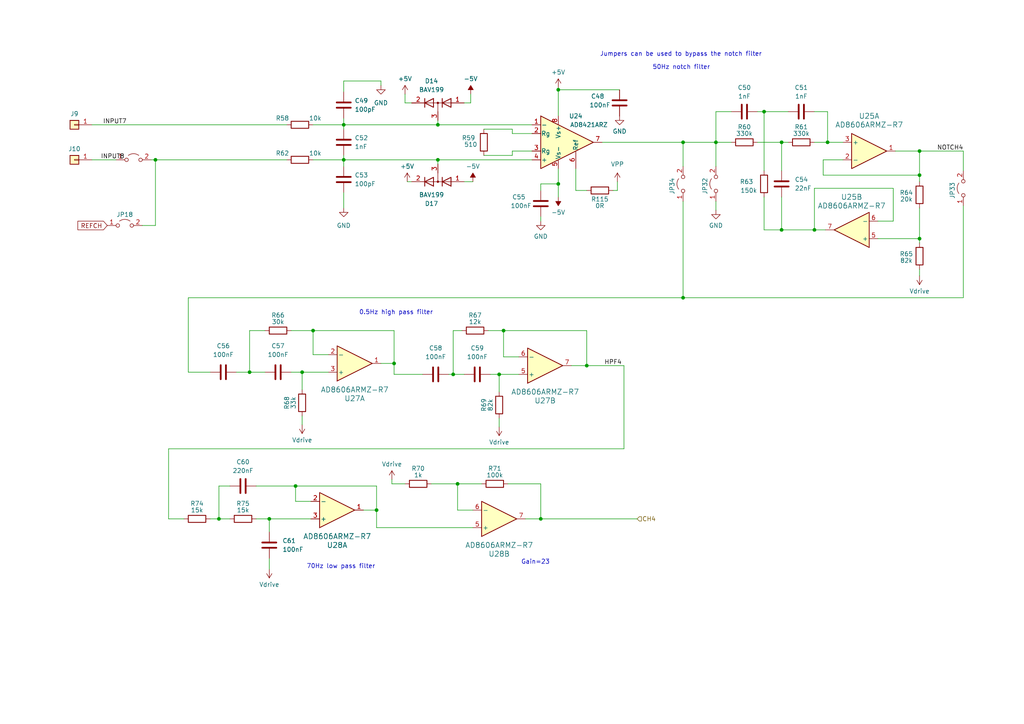
<source format=kicad_sch>
(kicad_sch (version 20231120) (generator "eeschema") (generator_version "8.0")
  (paper "A4")
  (lib_symbols
    (symbol "Amplifier_Instrumentation:AD8421ARZ" (pin_names (offset 0.127))
      (property "Reference" "U" (at 3.556 7.366 0))
      (property "Value" "AD8421ARZ" (at 7.366 5.334 0))
      (symbol "AD8421ARZ_0_1"
        (polyline (pts (xy -5.08 7.62) (xy -5.08 -7.62) (xy 10.16 0) (xy -5.08 7.62)) (stroke (width 0.254)) (fill (type background)))
      )
      (symbol "AD8421ARZ_1_1"
        (pin input line (at -7.62 5.08 0) (length 2.54) (name "-") (number "1"))
        (pin passive line (at -7.62 2.54 0) (length 2.54) (name "Rg") (number "2"))
        (pin passive line (at -7.62 -2.54 0) (length 2.54) (name "Rg") (number "3"))
        (pin input line (at -7.62 -5.08 0) (length 2.54) (name "+") (number "4"))
        (pin power_in line (at 0 -7.62 90) (length 2.54) (name "Vs-") (number "5"))
        (pin passive line (at 5.08 -7.62 90) (length 5.08) (name "Ref") (number "6"))
        (pin output line (at 12.7 0 180) (length 2.54) (name "~") (number "7"))
        (pin power_in line (at 0 7.62 270) (length 2.54) (name "Vs+") (number "8"))
      )
    )
    (symbol "Amplifier_Operational:AD8606ARMZ-R7" (pin_names (offset 0.254))
      (property "Reference" "U" (at 3.81 -5.08 0))
      (property "Value" "AD8606ARMZ-R7" (at 12.7 -7.62 0))
      (symbol "AD8606ARMZ-R7_0_1"
        (polyline (pts (xy -2.54 5.08) (xy 7.62 0) (xy -2.54 -5.08) (xy -2.54 5.08)) (stroke (width 0.254)) (fill (type background)))
      )
      (symbol "AD8606ARMZ-R7_0_2"
        (pin unspecified line (at 0 0 0) (length 7.62) (name "OUTA") (number "1"))
        (pin unspecified line (at 0 -2.54 0) (length 7.62) (name "-INA") (number "2"))
        (pin unspecified line (at 0 -5.08 0) (length 7.62) (name "+INA") (number "3"))
        (pin power_in line (at 0 -7.62 0) (length 7.62) (name "V-") (number "4"))
        (pin unspecified line (at 40.64 -7.62 180) (length 7.62) (name "+INB") (number "5"))
        (pin unspecified line (at 40.64 -5.08 180) (length 7.62) (name "-INB") (number "6"))
        (pin unspecified line (at 40.64 -2.54 180) (length 7.62) (name "OUTB") (number "7"))
        (pin power_in line (at 40.64 0 180) (length 7.62) (name "V+") (number "8"))
      )
      (symbol "AD8606ARMZ-R7_1_1"
        (pin output line (at 10.16 0 180) (length 2.54) (name "~") (number "1"))
        (pin input line (at -5.08 -2.54 0) (length 2.54) (name "-") (number "2"))
        (pin input line (at -5.08 2.54 0) (length 2.54) (name "+") (number "3"))
      )
      (symbol "AD8606ARMZ-R7_1_2"
        (pin output line (at 33.02 26.67 180) (length 2.54) (name "~") (number "1"))
        (pin input line (at 17.78 24.13 0) (length 2.54) (name "-") (number "2"))
        (pin input line (at 17.78 29.21 0) (length 2.54) (name "+") (number "3"))
        (pin power_in line (at 22.86 19.05 90) (length 3.81) (name "V-") (number "4"))
        (pin power_in line (at 22.86 34.29 270) (length 3.81) (name "V+") (number "8"))
      )
      (symbol "AD8606ARMZ-R7_2_1"
        (pin input line (at -5.08 2.54 0) (length 2.54) (name "+") (number "5"))
        (pin input line (at -5.08 -2.54 0) (length 2.54) (name "-") (number "6"))
        (pin output line (at 10.16 0 180) (length 2.54) (name "~") (number "7"))
      )
      (symbol "AD8606ARMZ-R7_2_2"
        (pin output line (at 33.02 26.67 180) (length 2.54) (name "~") (number "1"))
        (pin input line (at 17.78 24.13 0) (length 2.54) (name "-") (number "2"))
        (pin input line (at 17.78 29.21 0) (length 2.54) (name "+") (number "3"))
        (pin power_in line (at 22.86 19.05 90) (length 3.81) (name "V-") (number "4"))
        (pin power_in line (at 22.86 34.29 270) (length 3.81) (name "V+") (number "8"))
      )
      (symbol "AD8606ARMZ-R7_3_1"
        (pin power_in line (at 0 -7.62 90) (length 3.81) (name "V-") (number "4"))
        (pin power_in line (at 0 7.62 270) (length 3.81) (name "V+") (number "8"))
      )
      (symbol "AD8606ARMZ-R7_3_2"
        (pin output line (at 33.02 26.67 180) (length 2.54) (name "~") (number "1"))
        (pin input line (at 17.78 24.13 0) (length 2.54) (name "-") (number "2"))
        (pin input line (at 17.78 29.21 0) (length 2.54) (name "+") (number "3"))
        (pin power_in line (at 22.86 19.05 90) (length 3.81) (name "V-") (number "4"))
        (pin power_in line (at 22.86 34.29 270) (length 3.81) (name "V+") (number "8"))
      )
    )
    (symbol "Connector_Generic:Conn_01x01" (pin_names (offset 1.016) hide)
      (property "Reference" "J" (at 0 2.54 0))
      (property "Value" "Conn_01x01" (at 0 -2.54 0))
      (symbol "Conn_01x01_1_1"
        (rectangle (start -1.27 0.127) (end 0 -0.127) (stroke (width 0.1524)))
        (rectangle (start -1.27 1.27) (end 1.27 -1.27) (stroke (width 0.254)) (fill (type background)))
        (pin passive line (at -5.08 0 0) (length 3.81) (name "Pin_1") (number "1"))
      )
    )
    (symbol "Device:C" (pin_numbers hide) (pin_names (offset 0.254))
      (property "Reference" "C" (at 0.635 2.54 0))
      (property "Value" "C" (at 0.635 -2.54 0))
      (symbol "C_0_1"
        (polyline (pts (xy -2.032 -0.762) (xy 2.032 -0.762)) (stroke (width 0.508)))
        (polyline (pts (xy -2.032 0.762) (xy 2.032 0.762)) (stroke (width 0.508)))
      )
      (symbol "C_1_1"
        (pin passive line (at 0 3.81 270) (length 2.794) (name "~") (number "1"))
        (pin passive line (at 0 -3.81 90) (length 2.794) (name "~") (number "2"))
      )
    )
    (symbol "Device:D_Dual_Series_AKC" (pin_names (offset 0.762) hide)
      (property "Reference" "D" (at 1.27 -2.54 0))
      (property "Value" "D_Dual_Series_AKC" (at 0 2.54 0))
      (symbol "D_Dual_Series_AKC_0_1"
        (polyline (pts (xy -3.81 0) (xy 3.81 0)))
        (polyline (pts (xy 0 0) (xy 0 -2.54)))
        (polyline (pts (xy 6.35 0) (xy 7.62 0)))
        (polyline (pts (xy -1.27 -1.27) (xy -1.27 1.27) (xy -1.27 1.27)) (stroke (width 0.254)))
        (polyline (pts (xy 3.81 1.27) (xy 3.81 -1.27) (xy 3.81 -1.27)) (stroke (width 0.254)))
        (polyline (pts (xy -3.81 1.27) (xy -1.27 0) (xy -3.81 -1.27) (xy -3.81 1.27) (xy -3.81 1.27) (xy -3.81 1.27)) (stroke (width 0.254)))
        (polyline (pts (xy 1.27 1.27) (xy 3.81 0) (xy 1.27 -1.27) (xy 1.27 1.27) (xy 1.27 1.27) (xy 1.27 1.27)) (stroke (width 0.254)))
        (circle (center 0 0) (radius 0.254) (fill (type outline)))
        (pin passive line (at -7.62 0 0) (length 3.81) (name "A") (number "1"))
        (pin passive line (at 7.62 0 180) (length 3.81) (name "K") (number "2"))
        (pin passive line (at 0 -5.08 90) (length 2.54) (name "common") (number "3"))
      )
    )
    (symbol "Device:R" (pin_numbers hide) (pin_names (offset 0))
      (property "Reference" "R" (at 2.032 0 90))
      (property "Value" "R" (at 0 0 90))
      (symbol "R_0_1"
        (rectangle (start -1.016 -2.54) (end 1.016 2.54) (stroke (width 0.254)))
      )
      (symbol "R_1_1"
        (pin passive line (at 0 3.81 270) (length 1.27) (name "~") (number "1"))
        (pin passive line (at 0 -3.81 90) (length 1.27) (name "~") (number "2"))
      )
    )
    (symbol "Jumper:Jumper_2_Open" (pin_names (offset 0) hide)
      (property "Reference" "JP" (at 0 2.794 0))
      (property "Value" "Jumper_2_Open" (at 0 -2.286 0))
      (symbol "Jumper_2_Open_0_0"
        (circle (center -2.032 0) (radius 0.508))
        (circle (center 2.032 0) (radius 0.508))
      )
      (symbol "Jumper_2_Open_0_1"
        (arc (start 1.524 1.27) (mid 0 1.778) (end -1.524 1.27))
      )
      (symbol "Jumper_2_Open_1_1"
        (pin passive line (at -5.08 0 0) (length 2.54) (name "A") (number "1"))
        (pin passive line (at 5.08 0 180) (length 2.54) (name "B") (number "2"))
      )
    )
    (symbol "power:+5V" (power) (pin_names (offset 0))
      (property "Value" "+5V" (at 0 3.556 0))
      (symbol "+5V_0_1"
        (polyline (pts (xy -0.762 1.27) (xy 0 2.54)))
        (polyline (pts (xy 0 0) (xy 0 2.54)))
        (polyline (pts (xy 0 2.54) (xy 0.762 1.27)))
      )
      (symbol "+5V_1_1"
        (pin power_in line (at 0 0 90) (length 0) hide (name "+5V") (number "1"))
      )
    )
    (symbol "power:-5V" (power) (pin_names (offset 0))
      (property "Value" "-5V" (at 0 3.81 0))
      (symbol "-5V_0_0"
        (pin power_in line (at 0 0 90) (length 0) hide (name "-5V") (number "1"))
      )
      (symbol "-5V_0_1"
        (polyline (pts (xy 0 0) (xy 0 1.27) (xy 0.762 1.27) (xy 0 2.54) (xy -0.762 1.27) (xy 0 1.27)) (fill (type outline)))
      )
    )
    (symbol "power:GND" (power) (pin_names (offset 0))
      (property "Value" "GND" (at 0 -3.81 0))
      (symbol "GND_0_1"
        (polyline (pts (xy 0 0) (xy 0 -1.27) (xy 1.27 -1.27) (xy 0 -2.54) (xy -1.27 -1.27) (xy 0 -1.27)))
      )
      (symbol "GND_1_1"
        (pin power_in line (at 0 0 270) (length 0) hide (name "GND") (number "1"))
      )
    )
    (symbol "power:VPP" (power) (pin_names (offset 0))
      (property "Value" "VPP" (at 0 3.81 0))
      (symbol "VPP_0_1"
        (polyline (pts (xy -0.762 1.27) (xy 0 2.54)))
        (polyline (pts (xy 0 0) (xy 0 2.54)))
        (polyline (pts (xy 0 2.54) (xy 0.762 1.27)))
      )
      (symbol "VPP_1_1"
        (pin power_in line (at 0 0 90) (length 0) hide (name "VPP") (number "1"))
      )
    )
    (symbol "power:Vdrive" (power) (pin_names (offset 0))
      (property "Value" "Vdrive" (at 0 3.81 0))
      (symbol "Vdrive_0_1"
        (polyline (pts (xy -0.762 1.27) (xy 0 2.54)))
        (polyline (pts (xy 0 0) (xy 0 2.54)))
        (polyline (pts (xy 0 2.54) (xy 0.762 1.27)))
      )
      (symbol "Vdrive_1_1"
        (pin power_in line (at 0 0 90) (length 0) hide (name "Vdrive") (number "1"))
      )
    )
  )
  (junction (at 99.695 46.355))
  (junction (at 266.7 50.8))
  (junction (at 161.925 53.34))
  (junction (at 109.22 147.955))
  (junction (at 78.105 150.495))
  (junction (at 198.12 41.275))
  (junction (at 131.445 108.585))
  (junction (at 170.18 106.045))
  (junction (at 132.715 140.335))
  (junction (at 226.695 41.275))
  (junction (at 144.78 108.585))
  (junction (at 266.7 69.215))
  (junction (at 72.39 107.95))
  (junction (at 198.12 86.36))
  (junction (at 266.7 43.815))
  (junction (at 90.805 95.885))
  (junction (at 114.3 105.41))
  (junction (at 87.63 107.95))
  (junction (at 226.695 66.675))
  (junction (at 207.645 41.275))
  (junction (at 99.695 36.195))
  (junction (at 127 46.355))
  (junction (at 85.725 140.97))
  (junction (at 156.845 150.495))
  (junction (at 221.615 32.385))
  (junction (at 236.22 66.675))
  (junction (at 161.925 26.035))
  (junction (at 63.5 150.495))
  (junction (at 45.085 46.355))
  (junction (at 146.05 95.885))
  (junction (at 240.03 41.275))
  (junction (at 127 36.195))
  (wire (pts (xy 148.59 38.735) (xy 154.305 38.735)))
  (wire (pts (xy 109.22 153.035) (xy 109.22 147.955)))
  (wire (pts (xy 244.475 46.355) (xy 238.76 46.355)))
  (wire (pts (xy 174.625 41.275) (xy 198.12 41.275)))
  (wire (pts (xy 259.08 54.61) (xy 236.22 54.61)))
  (wire (pts (xy 137.16 52.705) (xy 134.62 52.705)))
  (wire (pts (xy 254.635 69.215) (xy 266.7 69.215)))
  (wire (pts (xy 74.295 140.97) (xy 85.725 140.97)))
  (wire (pts (xy 226.695 41.275) (xy 226.695 49.53)))
  (wire (pts (xy 207.645 41.275) (xy 212.09 41.275)))
  (wire (pts (xy 99.695 26.67) (xy 99.695 23.495)))
  (wire (pts (xy 114.3 108.585) (xy 114.3 105.41)))
  (wire (pts (xy 90.805 95.885) (xy 114.3 95.885)))
  (wire (pts (xy 117.475 140.335) (xy 113.665 140.335)))
  (wire (pts (xy 90.805 95.885) (xy 90.805 102.87)))
  (wire (pts (xy 125.095 140.335) (xy 132.715 140.335)))
  (wire (pts (xy 85.725 145.415) (xy 85.725 140.97)))
  (wire (pts (xy 90.805 46.355) (xy 99.695 46.355)))
  (wire (pts (xy 221.615 32.385) (xy 221.615 49.53)))
  (wire (pts (xy 48.895 150.495) (xy 53.34 150.495)))
  (wire (pts (xy 99.695 34.29) (xy 99.695 36.195)))
  (wire (pts (xy 132.715 147.955) (xy 137.16 147.955)))
  (wire (pts (xy 179.07 52.705) (xy 179.07 55.245)))
  (wire (pts (xy 114.3 105.41) (xy 110.49 105.41)))
  (wire (pts (xy 66.675 140.97) (xy 63.5 140.97)))
  (wire (pts (xy 54.61 86.36) (xy 54.61 107.95)))
  (wire (pts (xy 156.845 150.495) (xy 184.785 150.495)))
  (wire (pts (xy 180.975 130.175) (xy 48.895 130.175)))
  (wire (pts (xy 74.295 150.495) (xy 78.105 150.495)))
  (wire (pts (xy 219.71 32.385) (xy 221.615 32.385)))
  (wire (pts (xy 63.5 140.97) (xy 63.5 150.495)))
  (wire (pts (xy 109.22 153.035) (xy 137.16 153.035)))
  (wire (pts (xy 161.925 48.895) (xy 161.925 53.34)))
  (wire (pts (xy 266.7 52.705) (xy 266.7 50.8)))
  (wire (pts (xy 99.695 36.195) (xy 99.695 37.465)))
  (wire (pts (xy 221.615 66.675) (xy 226.695 66.675)))
  (wire (pts (xy 170.18 55.245) (xy 167.005 55.245)))
  (wire (pts (xy 90.805 36.195) (xy 99.695 36.195)))
  (wire (pts (xy 90.805 102.87) (xy 95.25 102.87)))
  (wire (pts (xy 240.03 41.275) (xy 244.475 41.275)))
  (wire (pts (xy 207.645 32.385) (xy 207.645 41.275)))
  (wire (pts (xy 226.695 66.675) (xy 236.22 66.675)))
  (wire (pts (xy 45.085 65.405) (xy 45.085 46.355)))
  (wire (pts (xy 48.895 130.175) (xy 48.895 150.495)))
  (wire (pts (xy 144.78 123.825) (xy 144.78 121.285)))
  (wire (pts (xy 87.63 123.19) (xy 87.63 120.65)))
  (wire (pts (xy 54.61 107.95) (xy 60.96 107.95)))
  (wire (pts (xy 226.695 57.15) (xy 226.695 66.675)))
  (wire (pts (xy 114.3 95.885) (xy 114.3 105.41)))
  (wire (pts (xy 43.815 46.355) (xy 45.085 46.355)))
  (wire (pts (xy 146.05 103.505) (xy 150.495 103.505)))
  (wire (pts (xy 127 34.925) (xy 127 36.195)))
  (wire (pts (xy 198.12 86.36) (xy 279.4 86.36)))
  (wire (pts (xy 127 36.195) (xy 154.305 36.195)))
  (wire (pts (xy 87.63 107.95) (xy 87.63 113.03)))
  (wire (pts (xy 54.61 86.36) (xy 198.12 86.36)))
  (wire (pts (xy 127 46.355) (xy 127 47.625)))
  (wire (pts (xy 238.76 50.8) (xy 266.7 50.8)))
  (wire (pts (xy 72.39 107.95) (xy 76.835 107.95)))
  (wire (pts (xy 26.67 46.355) (xy 33.655 46.355)))
  (wire (pts (xy 130.175 108.585) (xy 131.445 108.585)))
  (wire (pts (xy 136.525 27.305) (xy 136.525 29.845)))
  (wire (pts (xy 45.085 46.355) (xy 83.185 46.355)))
  (wire (pts (xy 266.7 60.325) (xy 266.7 69.215)))
  (wire (pts (xy 26.67 36.195) (xy 83.185 36.195)))
  (wire (pts (xy 133.985 95.885) (xy 131.445 95.885)))
  (wire (pts (xy 238.76 46.355) (xy 238.76 50.8)))
  (wire (pts (xy 236.22 41.275) (xy 240.03 41.275)))
  (wire (pts (xy 110.49 23.495) (xy 110.49 24.765)))
  (wire (pts (xy 117.475 27.305) (xy 117.475 29.845)))
  (wire (pts (xy 207.645 60.96) (xy 207.645 58.42)))
  (wire (pts (xy 236.22 32.385) (xy 240.03 32.385)))
  (wire (pts (xy 177.8 55.245) (xy 179.07 55.245)))
  (wire (pts (xy 109.22 140.97) (xy 109.22 147.955)))
  (wire (pts (xy 161.925 25.4) (xy 161.925 26.035)))
  (wire (pts (xy 78.105 150.495) (xy 90.17 150.495)))
  (wire (pts (xy 266.7 43.815) (xy 279.4 43.815)))
  (wire (pts (xy 114.3 108.585) (xy 122.555 108.585)))
  (wire (pts (xy 167.005 48.895) (xy 167.005 55.245)))
  (wire (pts (xy 180.975 106.045) (xy 180.975 130.175)))
  (wire (pts (xy 141.605 95.885) (xy 146.05 95.885)))
  (wire (pts (xy 60.96 150.495) (xy 63.5 150.495)))
  (wire (pts (xy 63.5 150.495) (xy 66.675 150.495)))
  (wire (pts (xy 170.18 106.045) (xy 170.18 95.885)))
  (wire (pts (xy 113.665 140.335) (xy 113.665 139.065)))
  (wire (pts (xy 117.475 29.845) (xy 119.38 29.845)))
  (wire (pts (xy 219.71 41.275) (xy 226.695 41.275)))
  (wire (pts (xy 161.925 53.34) (xy 161.925 57.15)))
  (wire (pts (xy 221.615 57.15) (xy 221.615 66.675)))
  (wire (pts (xy 236.22 54.61) (xy 236.22 66.675)))
  (wire (pts (xy 131.445 108.585) (xy 134.62 108.585)))
  (wire (pts (xy 84.455 107.95) (xy 87.63 107.95)))
  (wire (pts (xy 207.645 41.275) (xy 207.645 48.26)))
  (wire (pts (xy 266.7 69.215) (xy 266.7 70.485)))
  (wire (pts (xy 198.12 58.42) (xy 198.12 86.36)))
  (wire (pts (xy 161.925 26.035) (xy 179.705 26.035)))
  (wire (pts (xy 221.615 32.385) (xy 228.6 32.385)))
  (wire (pts (xy 156.845 55.245) (xy 156.845 53.34)))
  (wire (pts (xy 84.455 95.885) (xy 90.805 95.885)))
  (wire (pts (xy 148.59 37.465) (xy 148.59 38.735)))
  (wire (pts (xy 144.78 108.585) (xy 144.78 113.665)))
  (wire (pts (xy 140.335 45.085) (xy 148.59 45.085)))
  (wire (pts (xy 76.835 95.885) (xy 72.39 95.885)))
  (wire (pts (xy 99.695 46.355) (xy 127 46.355)))
  (wire (pts (xy 118.11 52.705) (xy 119.38 52.705)))
  (wire (pts (xy 139.7 140.335) (xy 132.715 140.335)))
  (wire (pts (xy 279.4 59.69) (xy 279.4 86.36)))
  (wire (pts (xy 68.58 107.95) (xy 72.39 107.95)))
  (wire (pts (xy 87.63 107.95) (xy 95.25 107.95)))
  (wire (pts (xy 259.715 43.815) (xy 266.7 43.815)))
  (wire (pts (xy 254.635 64.135) (xy 259.08 64.135)))
  (wire (pts (xy 212.09 32.385) (xy 207.645 32.385)))
  (wire (pts (xy 41.275 65.405) (xy 45.085 65.405)))
  (wire (pts (xy 170.18 95.885) (xy 146.05 95.885)))
  (wire (pts (xy 156.845 140.335) (xy 147.32 140.335)))
  (wire (pts (xy 99.695 36.195) (xy 127 36.195)))
  (wire (pts (xy 198.12 41.275) (xy 198.12 48.26)))
  (wire (pts (xy 266.7 50.8) (xy 266.7 43.815)))
  (wire (pts (xy 146.05 95.885) (xy 146.05 103.505)))
  (wire (pts (xy 78.105 150.495) (xy 78.105 154.305)))
  (wire (pts (xy 156.845 53.34) (xy 161.925 53.34)))
  (wire (pts (xy 279.4 43.815) (xy 279.4 49.53)))
  (wire (pts (xy 198.12 41.275) (xy 207.645 41.275)))
  (wire (pts (xy 85.725 140.97) (xy 109.22 140.97)))
  (wire (pts (xy 156.845 140.335) (xy 156.845 150.495)))
  (wire (pts (xy 136.525 29.845) (xy 134.62 29.845)))
  (wire (pts (xy 109.22 147.955) (xy 105.41 147.955)))
  (wire (pts (xy 144.78 108.585) (xy 150.495 108.585)))
  (wire (pts (xy 78.105 165.1) (xy 78.105 161.925)))
  (wire (pts (xy 165.735 106.045) (xy 170.18 106.045)))
  (wire (pts (xy 99.695 55.88) (xy 99.695 60.325)))
  (wire (pts (xy 90.17 145.415) (xy 85.725 145.415)))
  (wire (pts (xy 132.715 140.335) (xy 132.715 147.955)))
  (wire (pts (xy 161.925 26.035) (xy 161.925 33.655)))
  (wire (pts (xy 156.845 64.135) (xy 156.845 62.865)))
  (wire (pts (xy 140.335 37.465) (xy 148.59 37.465)))
  (wire (pts (xy 148.59 45.085) (xy 148.59 43.815)))
  (wire (pts (xy 236.22 66.675) (xy 239.395 66.675)))
  (wire (pts (xy 99.695 23.495) (xy 110.49 23.495)))
  (wire (pts (xy 72.39 95.885) (xy 72.39 107.95)))
  (wire (pts (xy 148.59 43.815) (xy 154.305 43.815)))
  (wire (pts (xy 170.18 106.045) (xy 180.975 106.045)))
  (wire (pts (xy 99.695 45.085) (xy 99.695 46.355)))
  (wire (pts (xy 131.445 95.885) (xy 131.445 108.585)))
  (wire (pts (xy 142.24 108.585) (xy 144.78 108.585)))
  (wire (pts (xy 266.7 78.105) (xy 266.7 80.01)))
  (wire (pts (xy 240.03 32.385) (xy 240.03 41.275)))
  (wire (pts (xy 226.695 41.275) (xy 228.6 41.275)))
  (wire (pts (xy 259.08 64.135) (xy 259.08 54.61)))
  (wire (pts (xy 127 46.355) (xy 154.305 46.355)))
  (wire (pts (xy 99.695 46.355) (xy 99.695 48.26)))
  (wire (pts (xy 152.4 150.495) (xy 156.845 150.495)))
  (text "50Hz notch filter\n" (at 189.23 20.32 0) (effects (font (size 1.27 1.27)) (justify left bottom)))
  (text "0.5Hz high pass filter\n" (at 104.14 91.44 0) (effects (font (size 1.27 1.27)) (justify left bottom)))
  (text "Gain=23\n" (at 151.13 163.83 0) (effects (font (size 1.27 1.27)) (justify left bottom)))
  (text "Jumpers can be used to bypass the notch filter\n" (at 173.99 16.51 0) (effects (font (size 1.27 1.27)) (justify left bottom)))
  (text "70Hz low pass filter" (at 88.9 165.1 0) (effects (font (size 1.27 1.27)) (justify left bottom)))
  (label "NOTCH4" (at 271.78 43.815 0))
  (label "HPF4" (at 175.26 106.045 0))
  (label "INPUT7" (at 29.845 36.195 0))
  (label "INPUT8" (at 29.21 46.355 0))
  (global_label "REFCH" (shape input) (at 31.115 65.405 180) (property "Intersheetrefs" "${INTERSHEET_REFS}" (effects (hide yes))))
  (hierarchical_label "CH4" (shape input) (at 184.785 150.495 0))
  (symbol (lib_id "Device:C") (at 99.695 41.275 0) (unit 1)
    (property "Reference" "C52" (at 102.87 40.005 0) (effects (justify left)))
    (property "Value" "1nF" (at 102.87 42.545 0) (effects (justify left)))
    (property "Footprint" "Capacitor_SMD:C_0603_1608Metric_Pad1.08x0.95mm_HandSolder" (effects (hide yes)))
    (property "JLCPCB Price" "0.004" (effects (hide yes)))
    (property "JLCPCB Type" "-" (effects (hide yes)))
    (property "LCSC Part #" "C106246" (effects (hide yes)))
  )
  (symbol (lib_id "Device:R") (at 86.995 46.355 90) (unit 1)
    (property "Reference" "R62" (at 81.915 44.45 90))
    (property "Value" "10k" (at 91.44 44.45 90))
    (property "Footprint" "Resistor_SMD:R_0603_1608Metric_Pad0.98x0.95mm_HandSolder" (effects (hide yes)))
    (property "JLCPCB Price" "0.0009" (effects (hide yes)))
    (property "JLCPCB Type" "Basic" (effects (hide yes)))
    (property "LCSC Part #" "C25804" (effects (hide yes)))
  )
  (symbol (lib_id "power:Vdrive") (at 87.63 123.19 180) (unit 1)
    (property "Reference" "#PWR096" (effects (hide yes)))
    (property "Value" "Vdrive" (at 87.63 127.635 0))
  )
  (symbol (lib_id "Amplifier_Operational:AD8606ARMZ-R7") (at 142.24 150.495 0) (mirror x) (unit 2)
    (property "Reference" "U28" (at 144.78 160.655 0) (effects (font (size 1.524 1.524))))
    (property "Value" "AD8606ARMZ-R7" (at 144.78 158.115 0) (effects (font (size 1.524 1.524))))
    (property "Footprint" "Package_SO:AD8606ARMZ" (effects (hide yes)))
    (property "Datasheet" "AD8606ARMZ-R7" (effects (hide yes)))
    (property "JLCPCB Price" "2.172" (effects (hide yes)))
    (property "JLCPCB Type" "Extended" (effects (hide yes)))
    (property "LCSC Part #" "C408833" (effects (hide yes)))
  )
  (symbol (lib_id "Jumper:Jumper_2_Open") (at 198.12 53.34 90) (unit 1)
    (property "Reference" "JP34" (at 194.945 53.975 0))
    (property "Value" "Jumper_2_Open" (effects (hide yes)))
    (property "Footprint" "Connector_PinHeader_2.54mm:PinHeader_1x02_P2.54mm_Vertical" (effects (hide yes)))
    (property "JLCPCB Price" "-" (effects (hide yes)))
    (property "JLCPCB Type" "-" (effects (hide yes)))
    (property "LCSC Part #" "-" (effects (hide yes)))
  )
  (symbol (lib_id "Amplifier_Instrumentation:AD8421ARZ") (at 161.925 41.275 0) (unit 1)
    (property "Reference" "U24" (at 167.005 33.655 0))
    (property "Value" "AD8421ARZ" (at 170.815 36.195 0))
    (property "Footprint" "Package_SO:SOIC-8_3.9x4.9mm_P1.27mm" (effects (hide yes)))
    (property "Datasheet" "https://www.analog.com/media/en/technical-documentation/data-sheets/AD8421.pdf" (effects (hide yes)))
    (property "JLCPCB Price" "4.8" (effects (hide yes)))
    (property "JLCPCB Type" "Extended" (effects (hide yes)))
    (property "LCSC Part #" "C392903" (effects (hide yes)))
  )
  (symbol (lib_id "Device:C") (at 78.105 158.115 180) (unit 1)
    (property "Reference" "C61" (at 81.915 156.845 0) (effects (justify right)))
    (property "Value" "100nF" (at 81.915 159.385 0) (effects (justify right)))
    (property "Footprint" "Capacitor_SMD:C_1206_3216Metric" (effects (hide yes)))
    (property "JLCPCB Price" "0.104" (effects (hide yes)))
    (property "JLCPCB Type" "-" (effects (hide yes)))
    (property "LCSC Part #" "C97946" (effects (hide yes)))
  )
  (symbol (lib_id "Device:C") (at 232.41 32.385 90) (unit 1)
    (property "Reference" "C51" (at 232.41 25.4 90))
    (property "Value" "1nF" (at 232.41 27.94 90))
    (property "Footprint" "Capacitor_SMD:C_0603_1608Metric_Pad1.08x0.95mm_HandSolder" (effects (hide yes)))
    (property "JLCPCB Price" "0.004" (effects (hide yes)))
    (property "JLCPCB Type" "-" (effects (hide yes)))
    (property "LCSC Part #" "C106246" (effects (hide yes)))
  )
  (symbol (lib_id "Device:C") (at 80.645 107.95 270) (unit 1)
    (property "Reference" "C57" (at 80.645 100.33 90))
    (property "Value" "100nF" (at 80.645 102.87 90))
    (property "Footprint" "Capacitor_SMD:C_1206_3216Metric" (effects (hide yes)))
    (property "JLCPCB Price" "0.104" (effects (hide yes)))
    (property "JLCPCB Type" "-" (effects (hide yes)))
    (property "LCSC Part #" "C97946" (effects (hide yes)))
  )
  (symbol (lib_id "power:-5V") (at 137.16 52.705 0) (unit 1)
    (property "Reference" "#PWR088" (effects (hide yes)))
    (property "Value" "-5V" (at 137.16 48.26 0))
  )
  (symbol (lib_id "power:-5V") (at 161.925 57.15 180) (unit 1)
    (property "Reference" "#PWR090" (effects (hide yes)))
    (property "Value" "-5V" (at 161.925 61.595 0))
  )
  (symbol (lib_id "Amplifier_Operational:AD8606ARMZ-R7") (at 155.575 106.045 0) (mirror x) (unit 2)
    (property "Reference" "U27" (at 158.115 116.205 0) (effects (font (size 1.524 1.524))))
    (property "Value" "AD8606ARMZ-R7" (at 158.115 113.665 0) (effects (font (size 1.524 1.524))))
    (property "Footprint" "Package_SO:AD8606ARMZ" (effects (hide yes)))
    (property "Datasheet" "AD8606ARMZ-R7" (effects (hide yes)))
    (property "JLCPCB Price" "2.172" (effects (hide yes)))
    (property "JLCPCB Type" "Extended" (effects (hide yes)))
    (property "LCSC Part #" "C408833" (effects (hide yes)))
  )
  (symbol (lib_id "power:GND") (at 99.695 60.325 0) (unit 1)
    (property "Reference" "#PWR092" (effects (hide yes)))
    (property "Value" "GND" (at 99.695 65.405 0))
  )
  (symbol (lib_id "power:VPP") (at 179.07 52.705 0) (unit 1)
    (property "Reference" "#PWR094" (effects (hide yes)))
    (property "Value" "VPP" (at 179.07 47.625 0))
  )
  (symbol (lib_id "Device:C") (at 99.695 52.07 0) (unit 1)
    (property "Reference" "C53" (at 102.87 50.8 0) (effects (justify left)))
    (property "Value" "100pF" (at 102.87 53.34 0) (effects (justify left)))
    (property "Footprint" "Capacitor_SMD:C_0603_1608Metric_Pad1.08x0.95mm_HandSolder" (effects (hide yes)))
    (property "JLCPCB Price" "0.0026" (effects (hide yes)))
    (property "JLCPCB Type" "Basic" (effects (hide yes)))
    (property "LCSC Part #" "C14858" (effects (hide yes)))
  )
  (symbol (lib_id "Jumper:Jumper_2_Open") (at 38.735 46.355 0) (unit 1)
    (property "Reference" "JP16" (effects (hide yes)))
    (property "Value" "Jumper_2_Open" (effects (hide yes)))
    (property "Footprint" "Connector_PinHeader_2.54mm:PinHeader_1x02_P2.54mm_Vertical" (effects (hide yes)))
    (property "JLCPCB Price" "-" (effects (hide yes)))
    (property "JLCPCB Type" "-" (effects (hide yes)))
    (property "LCSC Part #" "-" (effects (hide yes)))
  )
  (symbol (lib_id "Amplifier_Operational:AD8606ARMZ-R7") (at 249.555 66.675 180) (unit 2)
    (property "Reference" "U25" (at 247.015 57.15 0) (effects (font (size 1.524 1.524))))
    (property "Value" "AD8606ARMZ-R7" (at 247.015 59.69 0) (effects (font (size 1.524 1.524))))
    (property "Footprint" "Package_SO:AD8606ARMZ" (effects (hide yes)))
    (property "Datasheet" "AD8606ARMZ-R7" (effects (hide yes)))
    (property "JLCPCB Price" "2.172" (effects (hide yes)))
    (property "JLCPCB Type" "Extended" (effects (hide yes)))
    (property "LCSC Part #" "C408833" (effects (hide yes)))
  )
  (symbol (lib_id "Jumper:Jumper_2_Open") (at 279.4 54.61 90) (unit 1)
    (property "Reference" "JP33" (at 276.225 55.245 0))
    (property "Value" "Jumper_2_Open" (effects (hide yes)))
    (property "Footprint" "Connector_PinHeader_2.54mm:PinHeader_1x02_P2.54mm_Vertical" (effects (hide yes)))
    (property "JLCPCB Price" "-" (effects (hide yes)))
    (property "JLCPCB Type" "-" (effects (hide yes)))
    (property "LCSC Part #" "-" (effects (hide yes)))
  )
  (symbol (lib_id "power:GND") (at 156.845 64.135 0) (unit 1)
    (property "Reference" "#PWR093" (effects (hide yes)))
    (property "Value" "GND" (at 156.845 68.58 0))
  )
  (symbol (lib_id "Device:C") (at 156.845 59.055 180) (unit 1)
    (property "Reference" "C55" (at 150.495 57.15 0))
    (property "Value" "100nF" (at 151.13 59.69 0))
    (property "Footprint" "Capacitor_SMD:C_0603_1608Metric_Pad1.08x0.95mm_HandSolder" (effects (hide yes)))
    (property "JLCPCB Price" "0.0022" (effects (hide yes)))
    (property "JLCPCB Type" "Basic" (effects (hide yes)))
    (property "LCSC Part #" "C14663" (effects (hide yes)))
  )
  (symbol (lib_id "Device:R") (at 87.63 116.84 0) (unit 1)
    (property "Reference" "R68" (at 83.185 116.84 90))
    (property "Value" "33k" (at 85.09 116.84 90))
    (property "Footprint" "Resistor_SMD:R_0603_1608Metric_Pad0.98x0.95mm_HandSolder" (effects (hide yes)))
    (property "JLCPCB Price" "0.0009" (effects (hide yes)))
    (property "JLCPCB Type" "Basic" (effects (hide yes)))
    (property "LCSC Part #" "C4216" (effects (hide yes)))
  )
  (symbol (lib_id "power:GND") (at 110.49 24.765 0) (unit 1)
    (property "Reference" "#PWR079" (effects (hide yes)))
    (property "Value" "GND" (at 110.49 29.845 0))
  )
  (symbol (lib_id "Device:C") (at 64.77 107.95 270) (unit 1)
    (property "Reference" "C56" (at 64.77 100.33 90))
    (property "Value" "100nF" (at 64.77 102.87 90))
    (property "Footprint" "Capacitor_SMD:C_1206_3216Metric" (effects (hide yes)))
    (property "JLCPCB Price" "0.104" (effects (hide yes)))
    (property "JLCPCB Type" "-" (effects (hide yes)))
    (property "LCSC Part #" "C97946" (effects (hide yes)))
  )
  (symbol (lib_id "power:Vdrive") (at 144.78 123.825 180) (unit 1)
    (property "Reference" "#PWR097" (effects (hide yes)))
    (property "Value" "Vdrive" (at 144.78 128.27 0))
  )
  (symbol (lib_id "Device:R") (at 266.7 56.515 0) (unit 1)
    (property "Reference" "R64" (at 262.89 55.88 0))
    (property "Value" "20k" (at 262.89 57.785 0))
    (property "Footprint" "Resistor_SMD:R_0603_1608Metric_Pad0.98x0.95mm_HandSolder" (effects (hide yes)))
    (property "JLCPCB Price" "0.0009" (effects (hide yes)))
    (property "JLCPCB Type" "Basic" (effects (hide yes)))
    (property "LCSC Part #" "C4184" (effects (hide yes)))
  )
  (symbol (lib_id "Device:C") (at 126.365 108.585 270) (unit 1)
    (property "Reference" "C58" (at 126.365 100.965 90))
    (property "Value" "100nF" (at 126.365 103.505 90))
    (property "Footprint" "Capacitor_SMD:C_1206_3216Metric" (effects (hide yes)))
    (property "JLCPCB Price" "0.104" (effects (hide yes)))
    (property "JLCPCB Type" "-" (effects (hide yes)))
    (property "LCSC Part #" "C97946" (effects (hide yes)))
  )
  (symbol (lib_id "Device:R") (at 266.7 74.295 0) (unit 1)
    (property "Reference" "R65" (at 262.89 73.66 0))
    (property "Value" "82k" (at 262.89 75.565 0))
    (property "Footprint" "Resistor_SMD:R_0603_1608Metric_Pad0.98x0.95mm_HandSolder" (effects (hide yes)))
    (property "JLCPCB Price" "0.0009" (effects (hide yes)))
    (property "JLCPCB Type" "Basic" (effects (hide yes)))
    (property "LCSC Part #" "C23254" (effects (hide yes)))
  )
  (symbol (lib_id "Device:R") (at 140.335 41.275 180) (unit 1)
    (property "Reference" "R59" (at 135.89 40.005 0))
    (property "Value" "510" (at 136.525 41.91 0))
    (property "Footprint" "Resistor_SMD:R_0603_1608Metric_Pad0.98x0.95mm_HandSolder" (effects (hide yes)))
    (property "JLCPCB Price" "0.0009" (effects (hide yes)))
    (property "JLCPCB Type" "Basic" (effects (hide yes)))
    (property "LCSC Part #" "C23193" (effects (hide yes)))
  )
  (symbol (lib_id "power:Vdrive") (at 266.7 80.01 180) (unit 1)
    (property "Reference" "#PWR095" (effects (hide yes)))
    (property "Value" "Vdrive" (at 266.7 84.455 0))
  )
  (symbol (lib_id "Device:C") (at 70.485 140.97 90) (unit 1)
    (property "Reference" "C60" (at 70.485 133.985 90))
    (property "Value" "220nF" (at 70.485 136.525 90))
    (property "Footprint" "Capacitor_SMD:C_1206_3216Metric" (effects (hide yes)))
    (property "JLCPCB Price" "0.3158" (effects (hide yes)))
    (property "JLCPCB Type" "-" (effects (hide yes)))
    (property "LCSC Part #" "C464977" (effects (hide yes)))
  )
  (symbol (lib_id "power:GND") (at 179.705 33.655 0) (unit 1)
    (property "Reference" "#PWR084" (effects (hide yes)))
    (property "Value" "GND" (at 179.705 38.1 0))
  )
  (symbol (lib_id "Device:R") (at 232.41 41.275 270) (unit 1)
    (property "Reference" "R61" (at 232.41 36.83 90))
    (property "Value" "330k" (at 232.41 38.735 90))
    (property "Footprint" "Resistor_SMD:R_0603_1608Metric_Pad0.98x0.95mm_HandSolder" (effects (hide yes)))
    (property "JLCPCB Price" "0.0009" (effects (hide yes)))
    (property "JLCPCB Type" "Basic" (effects (hide yes)))
    (property "LCSC Part #" "C23137" (effects (hide yes)))
  )
  (symbol (lib_id "Device:R") (at 137.795 95.885 270) (unit 1)
    (property "Reference" "R67" (at 137.795 91.44 90))
    (property "Value" "12k" (at 137.795 93.345 90))
    (property "Footprint" "Resistor_SMD:R_0603_1608Metric_Pad0.98x0.95mm_HandSolder" (effects (hide yes)))
    (property "JLCPCB Price" "0.0009" (effects (hide yes)))
    (property "JLCPCB Type" "Basic" (effects (hide yes)))
    (property "LCSC Part #" "C22790" (effects (hide yes)))
  )
  (symbol (lib_id "Device:R") (at 121.285 140.335 270) (unit 1)
    (property "Reference" "R70" (at 121.285 135.89 90))
    (property "Value" "1k" (at 121.285 137.795 90))
    (property "Footprint" "Resistor_SMD:R_0603_1608Metric_Pad0.98x0.95mm_HandSolder" (effects (hide yes)))
    (property "JLCPCB Price" "0.0007" (effects (hide yes)))
    (property "JLCPCB Type" "Basic" (effects (hide yes)))
    (property "LCSC Part #" "C21190" (effects (hide yes)))
  )
  (symbol (lib_id "Device:R") (at 80.645 95.885 270) (unit 1)
    (property "Reference" "R66" (at 80.645 91.44 90))
    (property "Value" "30k" (at 80.645 93.345 90))
    (property "Footprint" "Resistor_SMD:R_0603_1608Metric_Pad0.98x0.95mm_HandSolder" (effects (hide yes)))
    (property "JLCPCB Price" "0.0009" (effects (hide yes)))
    (property "JLCPCB Type" "Basic" (effects (hide yes)))
    (property "LCSC Part #" "C22984" (effects (hide yes)))
  )
  (symbol (lib_id "power:Vdrive") (at 78.105 165.1 180) (unit 1)
    (property "Reference" "#PWR0100" (effects (hide yes)))
    (property "Value" "Vdrive" (at 78.105 169.545 0))
  )
  (symbol (lib_id "Device:C") (at 215.9 32.385 90) (unit 1)
    (property "Reference" "C50" (at 215.9 25.4 90))
    (property "Value" "1nF" (at 215.9 27.94 90))
    (property "Footprint" "Capacitor_SMD:C_0603_1608Metric_Pad1.08x0.95mm_HandSolder" (effects (hide yes)))
    (property "JLCPCB Price" "0.004" (effects (hide yes)))
    (property "JLCPCB Type" "-" (effects (hide yes)))
    (property "LCSC Part #" "C106246" (effects (hide yes)))
  )
  (symbol (lib_id "Device:C") (at 226.695 53.34 180) (unit 1)
    (property "Reference" "C54" (at 230.505 52.07 0) (effects (justify right)))
    (property "Value" "22nF" (at 230.505 54.61 0) (effects (justify right)))
    (property "Footprint" "Capacitor_SMD:C_0805_2012Metric_Pad1.18x1.45mm_HandSolder" (effects (hide yes)))
    (property "JLCPCB Price" "0.0454" (effects (hide yes)))
    (property "JLCPCB Type" "-" (effects (hide yes)))
    (property "LCSC Part #" "C77069" (effects (hide yes)))
  )
  (symbol (lib_id "Device:C") (at 179.705 29.845 180) (unit 1)
    (property "Reference" "C48" (at 173.355 27.94 0))
    (property "Value" "100nF" (at 173.99 30.48 0))
    (property "Footprint" "Capacitor_SMD:C_0603_1608Metric_Pad1.08x0.95mm_HandSolder" (effects (hide yes)))
    (property "JLCPCB Price" "0.0022" (effects (hide yes)))
    (property "JLCPCB Type" "Basic" (effects (hide yes)))
    (property "LCSC Part #" "C14663" (effects (hide yes)))
  )
  (symbol (lib_id "power:GND") (at 207.645 60.96 0) (unit 1)
    (property "Reference" "#PWR017" (effects (hide yes)))
    (property "Value" "GND" (at 207.645 65.405 0))
  )
  (symbol (lib_id "power:+5V") (at 118.11 52.705 0) (unit 1)
    (property "Reference" "#PWR087" (effects (hide yes)))
    (property "Value" "+5V" (at 118.11 48.26 0))
  )
  (symbol (lib_id "Device:R") (at 143.51 140.335 270) (unit 1)
    (property "Reference" "R71" (at 143.51 135.89 90))
    (property "Value" "100k" (at 143.51 137.795 90))
    (property "Footprint" "Resistor_SMD:R_0603_1608Metric_Pad0.98x0.95mm_HandSolder" (effects (hide yes)))
    (property "JLCPCB Price" "0.0009" (effects (hide yes)))
    (property "JLCPCB Type" "Basic" (effects (hide yes)))
    (property "LCSC Part #" "C25803" (effects (hide yes)))
  )
  (symbol (lib_id "Device:R") (at 215.9 41.275 270) (unit 1)
    (property "Reference" "R60" (at 215.9 36.83 90))
    (property "Value" "330k" (at 215.9 38.735 90))
    (property "Footprint" "Resistor_SMD:R_0603_1608Metric_Pad0.98x0.95mm_HandSolder" (effects (hide yes)))
    (property "JLCPCB Price" "0.0009" (effects (hide yes)))
    (property "JLCPCB Type" "Basic" (effects (hide yes)))
    (property "LCSC Part #" "C23137" (effects (hide yes)))
  )
  (symbol (lib_id "power:Vdrive") (at 113.665 139.065 0) (unit 1)
    (property "Reference" "#PWR098" (effects (hide yes)))
    (property "Value" "Vdrive" (at 113.665 134.62 0))
  )
  (symbol (lib_id "power:-5V") (at 136.525 27.305 0) (unit 1)
    (property "Reference" "#PWR082" (effects (hide yes)))
    (property "Value" "-5V" (at 136.525 22.86 0))
  )
  (symbol (lib_id "Device:D_Dual_Series_AKC") (at 127 52.705 180) (unit 1)
    (property "Reference" "D17" (at 125.1585 59.055 0))
    (property "Value" "BAV199" (at 125.1585 56.515 0))
    (property "Footprint" "Package_TO_SOT_SMD:SOT-23" (effects (hide yes)))
    (property "JLCPCB Price" "0.0357" (effects (hide yes)))
    (property "JLCPCB Type" "Extended" (effects (hide yes)))
    (property "LCSC Part #" "C40919" (effects (hide yes)))
  )
  (symbol (lib_id "Device:R") (at 173.99 55.245 270) (unit 1)
    (property "Reference" "R115" (at 173.99 57.785 90))
    (property "Value" "0R" (at 173.99 59.69 90))
    (property "Footprint" "Resistor_SMD:R_0603_1608Metric_Pad0.98x0.95mm_HandSolder" (effects (hide yes)))
    (property "JLCPCB Price" "0.001" (effects (hide yes)))
    (property "JLCPCB Type" "Basic" (effects (hide yes)))
    (property "LCSC Part #" "C21189" (effects (hide yes)))
  )
  (symbol (lib_id "Device:R") (at 70.485 150.495 270) (unit 1)
    (property "Reference" "R75" (at 70.485 146.05 90))
    (property "Value" "15k" (at 70.485 147.955 90))
    (property "Footprint" "Resistor_SMD:R_0603_1608Metric_Pad0.98x0.95mm_HandSolder" (effects (hide yes)))
    (property "JLCPCB Price" "0.0010" (effects (hide yes)))
    (property "JLCPCB Type" "Basic" (effects (hide yes)))
    (property "LCSC Part #" "C22809" (effects (hide yes)))
  )
  (symbol (lib_id "Device:R") (at 57.15 150.495 270) (unit 1)
    (property "Reference" "R74" (at 57.15 146.05 90))
    (property "Value" "15k" (at 57.15 147.955 90))
    (property "Footprint" "Resistor_SMD:R_0603_1608Metric_Pad0.98x0.95mm_HandSolder" (effects (hide yes)))
    (property "JLCPCB Price" "0.0010" (effects (hide yes)))
    (property "JLCPCB Type" "Basic" (effects (hide yes)))
    (property "LCSC Part #" "C22809" (effects (hide yes)))
  )
  (symbol (lib_id "Device:R") (at 86.995 36.195 90) (unit 1)
    (property "Reference" "R58" (at 81.915 34.29 90))
    (property "Value" "10k" (at 91.44 34.29 90))
    (property "Footprint" "Resistor_SMD:R_0603_1608Metric_Pad0.98x0.95mm_HandSolder" (effects (hide yes)))
    (property "JLCPCB Price" "0.0009" (effects (hide yes)))
    (property "JLCPCB Type" "Basic" (effects (hide yes)))
    (property "LCSC Part #" "C25804" (effects (hide yes)))
  )
  (symbol (lib_id "Device:D_Dual_Series_AKC") (at 127 29.845 0) (mirror y) (unit 1)
    (property "Reference" "D14" (at 125.1585 23.495 0))
    (property "Value" "BAV199" (at 125.1585 26.035 0))
    (property "Footprint" "Package_TO_SOT_SMD:SOT-23" (effects (hide yes)))
    (property "JLCPCB Price" "0.0357" (effects (hide yes)))
    (property "JLCPCB Type" "Extended" (effects (hide yes)))
    (property "LCSC Part #" "C40919" (effects (hide yes)))
  )
  (symbol (lib_id "Jumper:Jumper_2_Open") (at 36.195 65.405 0) (unit 1)
    (property "Reference" "JP18" (at 36.195 62.23 0))
    (property "Value" "Jumper_2_Open" (effects (hide yes)))
    (property "Footprint" "Connector_PinHeader_2.54mm:PinHeader_1x02_P2.54mm_Vertical" (effects (hide yes)))
    (property "JLCPCB Price" "-" (effects (hide yes)))
    (property "JLCPCB Type" "-" (effects (hide yes)))
    (property "LCSC Part #" "-" (effects (hide yes)))
  )
  (symbol (lib_id "Connector_Generic:Conn_01x01") (at 21.59 36.195 180) (unit 1)
    (property "Reference" "J9" (at 21.59 33.02 0))
    (property "Value" "Conn_01x01" (effects (hide yes)))
    (property "Footprint" "Connector_PinHeader_2.54mm:PinHeader_1x01_P2.54mm_Vertical" (effects (hide yes)))
    (property "JLCPCB Price" "-" (effects (hide yes)))
    (property "JLCPCB Type" "-" (effects (hide yes)))
    (property "LCSC Part #" "-" (effects (hide yes)))
  )
  (symbol (lib_id "Amplifier_Operational:AD8606ARMZ-R7") (at 100.33 105.41 0) (mirror x) (unit 1)
    (property "Reference" "U27" (at 102.87 115.57 0) (effects (font (size 1.524 1.524))))
    (property "Value" "AD8606ARMZ-R7" (at 102.87 113.03 0) (effects (font (size 1.524 1.524))))
    (property "Footprint" "Package_SO:AD8606ARMZ" (effects (hide yes)))
    (property "Datasheet" "AD8606ARMZ-R7" (effects (hide yes)))
    (property "JLCPCB Price" "2.172" (effects (hide yes)))
    (property "JLCPCB Type" "Extended" (effects (hide yes)))
    (property "LCSC Part #" "C408833" (effects (hide yes)))
  )
  (symbol (lib_id "Device:C") (at 99.695 30.48 0) (unit 1)
    (property "Reference" "C49" (at 102.87 29.21 0) (effects (justify left)))
    (property "Value" "100pF" (at 102.87 31.75 0) (effects (justify left)))
    (property "Footprint" "Capacitor_SMD:C_0603_1608Metric_Pad1.08x0.95mm_HandSolder" (effects (hide yes)))
    (property "JLCPCB Price" "0.0026" (effects (hide yes)))
    (property "JLCPCB Type" "Basic" (effects (hide yes)))
    (property "LCSC Part #" "C14858" (effects (hide yes)))
  )
  (symbol (lib_id "Amplifier_Operational:AD8606ARMZ-R7") (at 249.555 43.815 0) (unit 1)
    (property "Reference" "U25" (at 252.095 33.655 0) (effects (font (size 1.524 1.524))))
    (property "Value" "AD8606ARMZ-R7" (at 252.095 36.195 0) (effects (font (size 1.524 1.524))))
    (property "Footprint" "Package_SO:AD8606ARMZ" (effects (hide yes)))
    (property "Datasheet" "AD8606ARMZ-R7" (effects (hide yes)))
    (property "JLCPCB Price" "2.172" (effects (hide yes)))
    (property "JLCPCB Type" "Extended" (effects (hide yes)))
    (property "LCSC Part #" "C408833" (effects (hide yes)))
  )
  (symbol (lib_id "Device:R") (at 144.78 117.475 0) (unit 1)
    (property "Reference" "R69" (at 140.335 117.475 90))
    (property "Value" "82k" (at 142.24 117.475 90))
    (property "Footprint" "Resistor_SMD:R_0603_1608Metric_Pad0.98x0.95mm_HandSolder" (effects (hide yes)))
    (property "JLCPCB Price" "0.0009" (effects (hide yes)))
    (property "JLCPCB Type" "Basic" (effects (hide yes)))
    (property "LCSC Part #" "C23254" (effects (hide yes)))
  )
  (symbol (lib_id "Device:R") (at 221.615 53.34 0) (unit 1)
    (property "Reference" "R63" (at 216.535 52.705 0))
    (property "Value" "150k" (at 217.17 55.245 0))
    (property "Footprint" "Resistor_SMD:R_0603_1608Metric_Pad0.98x0.95mm_HandSolder" (effects (hide yes)))
    (property "JLCPCB Price" "0.0009" (effects (hide yes)))
    (property "JLCPCB Type" "Basic" (effects (hide yes)))
    (property "LCSC Part #" "C22807" (effects (hide yes)))
  )
  (symbol (lib_id "Amplifier_Operational:AD8606ARMZ-R7") (at 95.25 147.955 0) (mirror x) (unit 1)
    (property "Reference" "U28" (at 97.79 158.115 0) (effects (font (size 1.524 1.524))))
    (property "Value" "AD8606ARMZ-R7" (at 97.79 155.575 0) (effects (font (size 1.524 1.524))))
    (property "Footprint" "Package_SO:AD8606ARMZ" (effects (hide yes)))
    (property "Datasheet" "AD8606ARMZ-R7" (effects (hide yes)))
    (property "JLCPCB Price" "2.172" (effects (hide yes)))
    (property "JLCPCB Type" "Extended" (effects (hide yes)))
    (property "LCSC Part #" "C408833" (effects (hide yes)))
  )
  (symbol (lib_id "Connector_Generic:Conn_01x01") (at 21.59 46.355 180) (unit 1)
    (property "Reference" "J10" (at 21.59 43.18 0))
    (property "Value" "Conn_01x01" (effects (hide yes)))
    (property "Footprint" "Connector_PinHeader_2.54mm:PinHeader_1x01_P2.54mm_Vertical" (effects (hide yes)))
    (property "JLCPCB Price" "-" (effects (hide yes)))
    (property "JLCPCB Type" "-" (effects (hide yes)))
    (property "LCSC Part #" "-" (effects (hide yes)))
  )
  (symbol (lib_id "power:+5V") (at 161.925 25.4 0) (unit 1)
    (property "Reference" "#PWR080" (effects (hide yes)))
    (property "Value" "+5V" (at 161.925 20.955 0))
  )
  (symbol (lib_id "Device:C") (at 138.43 108.585 270) (unit 1)
    (property "Reference" "C59" (at 138.43 100.965 90))
    (property "Value" "100nF" (at 138.43 103.505 90))
    (property "Footprint" "Capacitor_SMD:C_1206_3216Metric" (effects (hide yes)))
    (property "JLCPCB Price" "0.104" (effects (hide yes)))
    (property "JLCPCB Type" "-" (effects (hide yes)))
    (property "LCSC Part #" "C97946" (effects (hide yes)))
  )
  (symbol (lib_id "power:+5V") (at 117.475 27.305 0) (unit 1)
    (property "Reference" "#PWR081" (effects (hide yes)))
    (property "Value" "+5V" (at 117.475 22.86 0))
  )
  (symbol (lib_id "Jumper:Jumper_2_Open") (at 207.645 53.34 90) (unit 1)
    (property "Reference" "JP32" (at 204.47 53.975 0))
    (property "Value" "Jumper_2_Open" (effects (hide yes)))
    (property "Footprint" "Connector_PinHeader_2.54mm:PinHeader_1x02_P2.54mm_Vertical" (effects (hide yes)))
    (property "JLCPCB Price" "-" (effects (hide yes)))
    (property "JLCPCB Type" "-" (effects (hide yes)))
    (property "LCSC Part #" "-" (effects (hide yes)))
  )
)
</source>
